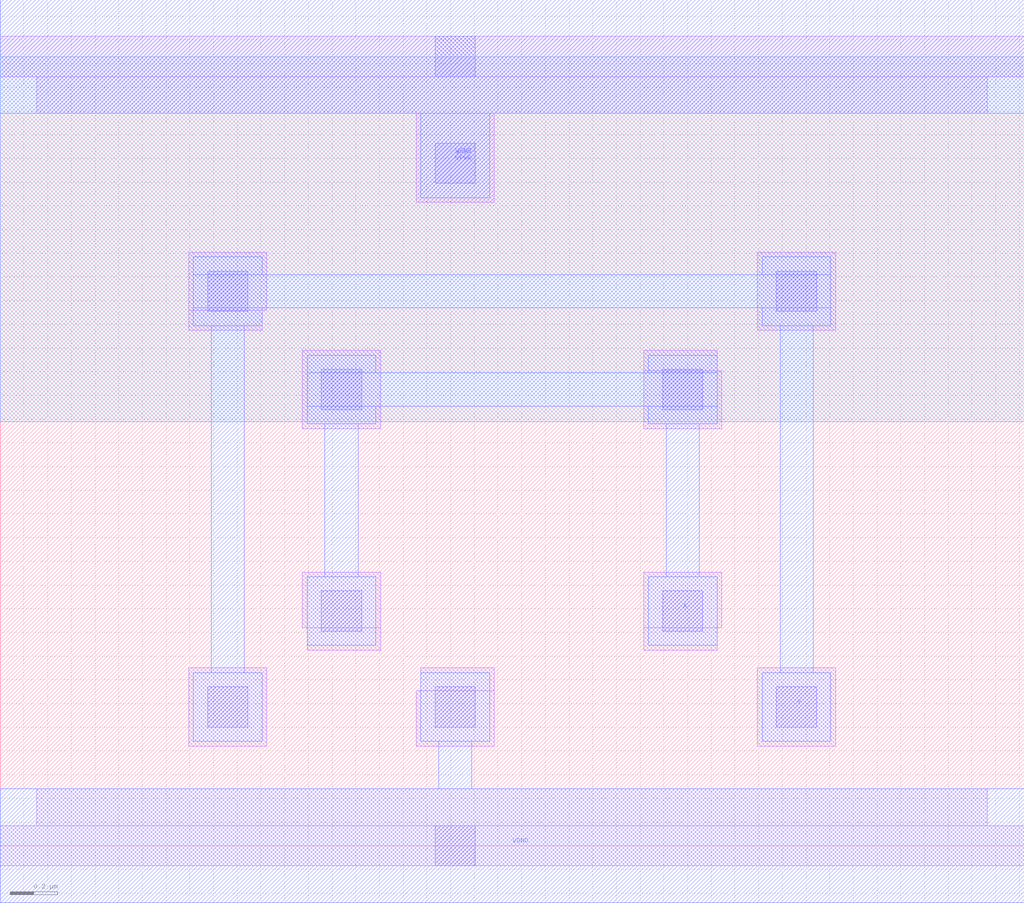
<source format=lef>
VERSION 5.7 ;
  NOWIREEXTENSIONATPIN ON ;
  DIVIDERCHAR "/" ;
  BUSBITCHARS "[]" ;
MACRO INVX4
  CLASS CORE ;
  FOREIGN INVX4 ;
  ORIGIN 0.000 0.000 ;
  SIZE 4.320 BY 3.330 ;
  SYMMETRY X Y ;
  SITE unit ;
  PIN A
    ANTENNAGATEAREA 0.378000 ;
    PORT
      LAYER met1 ;
        RECT 1.295 1.995 1.585 2.070 ;
        RECT 2.735 1.995 3.025 2.070 ;
        RECT 1.295 1.855 3.025 1.995 ;
        RECT 1.295 1.780 1.585 1.855 ;
        RECT 2.735 1.780 3.025 1.855 ;
        RECT 1.370 1.135 1.510 1.780 ;
        RECT 2.810 1.135 2.950 1.780 ;
        RECT 1.295 0.845 1.585 1.135 ;
        RECT 2.735 0.845 3.025 1.135 ;
    END
  END A
  PIN VGND
    ANTENNADIFFAREA 0.562100 ;
    PORT
      LAYER met1 ;
        RECT 1.775 0.440 2.065 0.730 ;
        RECT 1.850 0.240 1.990 0.440 ;
        RECT 0.000 -0.240 4.320 0.240 ;
    END
    PORT
      LAYER met1 ;
        RECT 0.000 3.090 4.320 3.570 ;
        RECT 1.775 2.735 2.065 3.090 ;
    END
  END VGND
  PIN VPWR
    ANTENNADIFFAREA 1.083600 ;
    PORT
      LAYER li1 ;
        RECT 0.000 3.245 4.320 3.415 ;
        RECT 0.155 3.090 4.165 3.245 ;
        RECT 1.755 2.715 2.085 3.090 ;
      LAYER mcon ;
        RECT 1.835 3.245 2.005 3.415 ;
        RECT 1.835 2.795 2.005 2.965 ;
    END
  END VPWR
  PIN Y
    ANTENNADIFFAREA 2.063300 ;
    PORT
      LAYER met1 ;
        RECT 0.815 2.410 1.105 2.485 ;
        RECT 3.215 2.410 3.505 2.485 ;
        RECT 0.815 2.270 3.505 2.410 ;
        RECT 0.815 2.195 1.105 2.270 ;
        RECT 3.215 2.195 3.505 2.270 ;
        RECT 0.890 0.730 1.030 2.195 ;
        RECT 3.290 0.730 3.430 2.195 ;
        RECT 0.815 0.440 1.105 0.730 ;
        RECT 3.215 0.440 3.505 0.730 ;
    END
  END Y
  OBS
      LAYER nwell ;
        RECT 0.000 1.790 4.320 3.330 ;
      LAYER li1 ;
        RECT 0.795 2.260 1.125 2.505 ;
        RECT 0.795 2.175 1.105 2.260 ;
        RECT 3.195 2.175 3.525 2.505 ;
        RECT 1.275 1.760 1.605 2.090 ;
        RECT 2.715 2.005 3.025 2.090 ;
        RECT 2.715 1.760 3.045 2.005 ;
        RECT 1.275 0.920 1.605 1.155 ;
        RECT 1.295 0.825 1.605 0.920 ;
        RECT 2.715 0.920 3.045 1.155 ;
        RECT 2.715 0.825 3.025 0.920 ;
        RECT 0.795 0.420 1.125 0.750 ;
        RECT 1.775 0.655 2.085 0.750 ;
        RECT 1.755 0.420 2.085 0.655 ;
        RECT 3.195 0.420 3.525 0.750 ;
        RECT 0.155 0.085 4.165 0.240 ;
        RECT 0.000 -0.085 4.320 0.085 ;
      LAYER mcon ;
        RECT 0.875 2.255 1.045 2.425 ;
        RECT 3.275 2.255 3.445 2.425 ;
        RECT 1.355 1.840 1.525 2.010 ;
        RECT 2.795 1.840 2.965 2.010 ;
        RECT 1.355 0.905 1.525 1.075 ;
        RECT 2.795 0.905 2.965 1.075 ;
        RECT 0.875 0.500 1.045 0.670 ;
        RECT 1.835 0.500 2.005 0.670 ;
        RECT 3.275 0.500 3.445 0.670 ;
        RECT 1.835 -0.085 2.005 0.085 ;
  END
END INVX4
END LIBRARY


</source>
